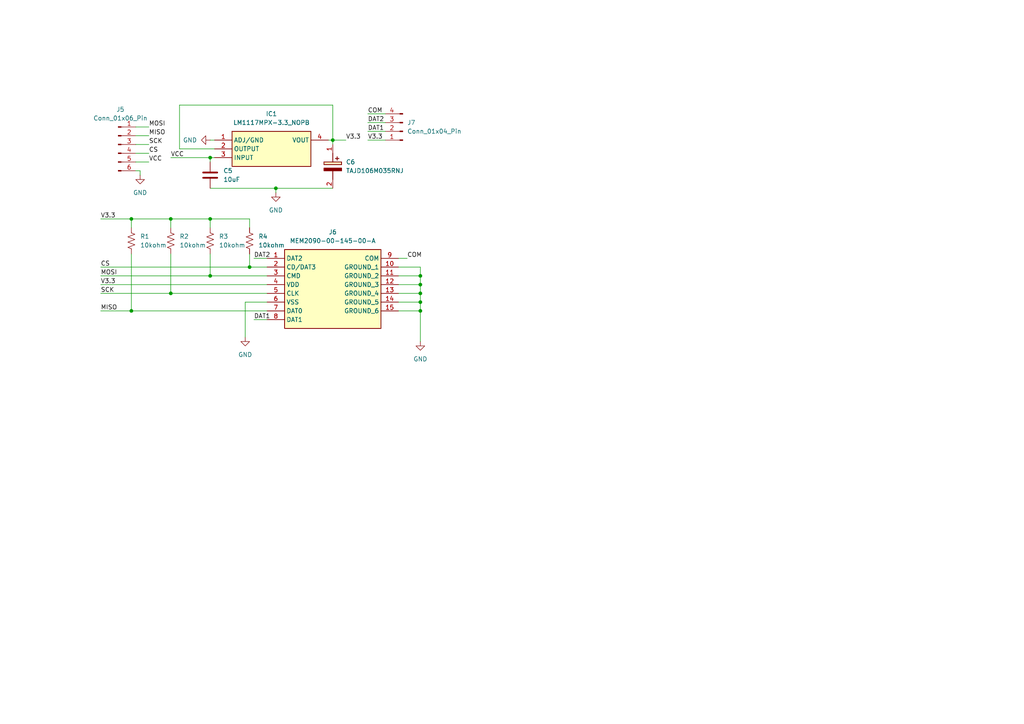
<source format=kicad_sch>
(kicad_sch (version 20250114) (generator "eeschema") (generator_version "9.0")
  (paper "A4")
  (lib_symbols
    (symbol "Connector:Conn_01x04_Pin" (pin_names (offset 1.016) (hide yes))
      (property "Reference" "J" (at 0 5.08 0))
      (property "Value" "Conn_01x04_Pin" (at 0 -7.62 0))
      (symbol "Conn_01x04_Pin_1_1"
        (rectangle (start 0.8636 2.667) (end 0 2.413) (stroke (width 0.1524)) (fill (type outline)))
        (rectangle (start 0.8636 0.127) (end 0 -0.127) (stroke (width 0.1524)) (fill (type outline)))
        (rectangle (start 0.8636 -2.413) (end 0 -2.667) (stroke (width 0.1524)) (fill (type outline)))
        (rectangle (start 0.8636 -4.953) (end 0 -5.207) (stroke (width 0.1524)) (fill (type outline)))
        (polyline (pts (xy 1.27 2.54) (xy 0.8636 2.54)) (stroke (width 0.1524)))
        (polyline (pts (xy 1.27 0) (xy 0.8636 0)) (stroke (width 0.1524)))
        (polyline (pts (xy 1.27 -2.54) (xy 0.8636 -2.54)) (stroke (width 0.1524)))
        (polyline (pts (xy 1.27 -5.08) (xy 0.8636 -5.08)) (stroke (width 0.1524)))
        (pin passive line (at 5.08 2.54 180) (length 3.81) (name "Pin_1") (number "1"))
        (pin passive line (at 5.08 0 180) (length 3.81) (name "Pin_2") (number "2"))
        (pin passive line (at 5.08 -2.54 180) (length 3.81) (name "Pin_3") (number "3"))
        (pin passive line (at 5.08 -5.08 180) (length 3.81) (name "Pin_4") (number "4"))
      )
    )
    (symbol "Connector:Conn_01x06_Pin" (pin_names (offset 1.016) (hide yes))
      (property "Reference" "J" (at 0 7.62 0))
      (property "Value" "Conn_01x06_Pin" (at 0 -10.16 0))
      (symbol "Conn_01x06_Pin_1_1"
        (rectangle (start 0.8636 5.207) (end 0 4.953) (stroke (width 0.1524)) (fill (type outline)))
        (rectangle (start 0.8636 2.667) (end 0 2.413) (stroke (width 0.1524)) (fill (type outline)))
        (rectangle (start 0.8636 0.127) (end 0 -0.127) (stroke (width 0.1524)) (fill (type outline)))
        (rectangle (start 0.8636 -2.413) (end 0 -2.667) (stroke (width 0.1524)) (fill (type outline)))
        (rectangle (start 0.8636 -4.953) (end 0 -5.207) (stroke (width 0.1524)) (fill (type outline)))
        (rectangle (start 0.8636 -7.493) (end 0 -7.747) (stroke (width 0.1524)) (fill (type outline)))
        (polyline (pts (xy 1.27 5.08) (xy 0.8636 5.08)) (stroke (width 0.1524)))
        (polyline (pts (xy 1.27 2.54) (xy 0.8636 2.54)) (stroke (width 0.1524)))
        (polyline (pts (xy 1.27 0) (xy 0.8636 0)) (stroke (width 0.1524)))
        (polyline (pts (xy 1.27 -2.54) (xy 0.8636 -2.54)) (stroke (width 0.1524)))
        (polyline (pts (xy 1.27 -5.08) (xy 0.8636 -5.08)) (stroke (width 0.1524)))
        (polyline (pts (xy 1.27 -7.62) (xy 0.8636 -7.62)) (stroke (width 0.1524)))
        (pin passive line (at 5.08 5.08 180) (length 3.81) (name "Pin_1") (number "1"))
        (pin passive line (at 5.08 2.54 180) (length 3.81) (name "Pin_2") (number "2"))
        (pin passive line (at 5.08 0 180) (length 3.81) (name "Pin_3") (number "3"))
        (pin passive line (at 5.08 -2.54 180) (length 3.81) (name "Pin_4") (number "4"))
        (pin passive line (at 5.08 -5.08 180) (length 3.81) (name "Pin_5") (number "5"))
        (pin passive line (at 5.08 -7.62 180) (length 3.81) (name "Pin_6") (number "6"))
      )
    )
    (symbol "Device:C" (pin_numbers (hide yes)) (pin_names (offset 0.254))
      (property "Reference" "C" (at 0.635 2.54 0))
      (property "Value" "C" (at 0.635 -2.54 0))
      (symbol "C_0_1"
        (polyline (pts (xy -2.032 0.762) (xy 2.032 0.762)) (stroke (width 0.508)))
        (polyline (pts (xy -2.032 -0.762) (xy 2.032 -0.762)) (stroke (width 0.508)))
      )
      (symbol "C_1_1"
        (pin passive line (at 0 3.81 270) (length 2.794) (name "~") (number "1"))
        (pin passive line (at 0 -3.81 90) (length 2.794) (name "~") (number "2"))
      )
    )
    (symbol "Device:R_US" (pin_numbers (hide yes)) (pin_names (offset 0))
      (property "Reference" "R" (at 2.54 0 90))
      (property "Value" "R_US" (at -2.54 0 90))
      (symbol "R_US_0_1"
        (polyline (pts (xy 0 2.286) (xy 0 2.54)))
        (polyline (pts (xy 0 2.286) (xy 1.016 1.905) (xy 0 1.524) (xy -1.016 1.143) (xy 0 0.762)))
        (polyline (pts (xy 0 0.762) (xy 1.016 0.381) (xy 0 0) (xy -1.016 -0.381) (xy 0 -0.762)))
        (polyline (pts (xy 0 -0.762) (xy 1.016 -1.143) (xy 0 -1.524) (xy -1.016 -1.905) (xy 0 -2.286)))
        (polyline (pts (xy 0 -2.286) (xy 0 -2.54)))
      )
      (symbol "R_US_1_1"
        (pin passive line (at 0 3.81 270) (length 1.27) (name "~") (number "1"))
        (pin passive line (at 0 -3.81 90) (length 1.27) (name "~") (number "2"))
      )
    )
    (symbol "SamacSys_Parts:LM1117MPX-3.3_NOPB"
      (property "Reference" "IC" (at 29.21 7.62 0))
      (property "Value" "LM1117MPX-3.3_NOPB" (at 29.21 5.08 0))
      (symbol "LM1117MPX-3.3_NOPB_1_1"
        (rectangle (start 5.08 2.54) (end 27.94 -7.62) (stroke (width 0.254)) (fill (type background)))
        (pin passive line (at 0 0 0) (length 5.08) (name "ADJ/GND") (number "1"))
        (pin passive line (at 0 -2.54 0) (length 5.08) (name "OUTPUT") (number "2"))
        (pin passive line (at 0 -5.08 0) (length 5.08) (name "INPUT") (number "3"))
        (pin passive line (at 33.02 0 180) (length 5.08) (name "VOUT") (number "4"))
      )
    )
    (symbol "SamacSys_Parts:MEM2090-00-145-00-A"
      (property "Reference" "J" (at 34.29 7.62 0))
      (property "Value" "MEM2090-00-145-00-A" (at 34.29 5.08 0))
      (symbol "MEM2090-00-145-00-A_1_1"
        (rectangle (start 5.08 2.54) (end 33.02 -20.32) (stroke (width 0.254)) (fill (type background)))
        (pin passive line (at 0 0 0) (length 5.08) (name "DAT2") (number "1"))
        (pin passive line (at 0 -2.54 0) (length 5.08) (name "CD/DAT3") (number "2"))
        (pin passive line (at 0 -5.08 0) (length 5.08) (name "CMD") (number "3"))
        (pin passive line (at 0 -7.62 0) (length 5.08) (name "VDD") (number "4"))
        (pin passive line (at 0 -10.16 0) (length 5.08) (name "CLK") (number "5"))
        (pin passive line (at 0 -12.7 0) (length 5.08) (name "VSS") (number "6"))
        (pin passive line (at 0 -15.24 0) (length 5.08) (name "DAT0") (number "7"))
        (pin passive line (at 0 -17.78 0) (length 5.08) (name "DAT1") (number "8"))
        (pin passive line (at 38.1 0 180) (length 5.08) (name "COM") (number "9"))
        (pin passive line (at 38.1 -2.54 180) (length 5.08) (name "GROUND_1") (number "10"))
        (pin passive line (at 38.1 -5.08 180) (length 5.08) (name "GROUND_2") (number "11"))
        (pin passive line (at 38.1 -7.62 180) (length 5.08) (name "GROUND_3") (number "12"))
        (pin passive line (at 38.1 -10.16 180) (length 5.08) (name "GROUND_4") (number "13"))
        (pin passive line (at 38.1 -12.7 180) (length 5.08) (name "GROUND_5") (number "14"))
        (pin passive line (at 38.1 -15.24 180) (length 5.08) (name "GROUND_6") (number "15"))
      )
    )
    (symbol "SamacSys_Parts:TAJD106M035RNJ" (pin_names (hide yes))
      (property "Reference" "C" (at 8.89 6.35 0))
      (property "Value" "TAJD106M035RNJ" (at 8.89 3.81 0))
      (symbol "TAJD106M035RNJ_1_1"
        (polyline (pts (xy 2.54 0) (xy 5.08 0)) (stroke (width 0.254)))
        (polyline (pts (xy 4.064 1.778) (xy 4.064 0.762)) (stroke (width 0.254)))
        (polyline (pts (xy 4.572 1.27) (xy 3.556 1.27)) (stroke (width 0.254)))
        (rectangle (start 5.08 2.54) (end 5.842 -2.54) (stroke (width 0.254)) (fill (type background)))
        (polyline (pts (xy 7.62 2.54) (xy 7.62 -2.54) (xy 6.858 -2.54) (xy 6.858 2.54) (xy 7.62 2.54)) (stroke (width 0.254)) (fill (type outline)))
        (polyline (pts (xy 7.62 0) (xy 10.16 0)) (stroke (width 0.254)))
        (pin passive line (at 0 0 0) (length 2.54) (name "+") (number "1"))
        (pin passive line (at 12.7 0 180) (length 2.54) (name "-") (number "2"))
      )
    )
    (symbol "power:GND" (power) (pin_numbers (hide yes)) (pin_names (offset 0) (hide yes))
      (property "Value" "GND" (at 0 -3.81 0))
      (symbol "GND_0_1"
        (polyline (pts (xy 0 0) (xy 0 -1.27) (xy 1.27 -1.27) (xy 0 -2.54) (xy -1.27 -1.27) (xy 0 -1.27)))
      )
      (symbol "GND_1_1"
        (pin power_in line (at 0 0 270) (length 0) (name "~") (number "1"))
      )
    )
  )
  (junction (at 121.92 80.01))
  (junction (at 60.96 45.72))
  (junction (at 121.92 90.17))
  (junction (at 121.92 87.63))
  (junction (at 96.52 40.64))
  (junction (at 38.1 90.17))
  (junction (at 80.01 54.61))
  (junction (at 121.92 85.09))
  (junction (at 72.39 77.47))
  (junction (at 49.53 85.09))
  (junction (at 49.53 63.5))
  (junction (at 60.96 80.01))
  (junction (at 60.96 63.5))
  (junction (at 121.92 82.55))
  (junction (at 38.1 63.5))
  (wire (pts (xy 49.53 63.5) (xy 38.1 63.5)))
  (wire (pts (xy 115.57 77.47) (xy 121.92 77.47)))
  (wire (pts (xy 71.12 87.63) (xy 77.47 87.63)))
  (wire (pts (xy 106.68 35.56) (xy 111.76 35.56)))
  (wire (pts (xy 80.01 54.61) (xy 96.52 54.61)))
  (wire (pts (xy 39.37 46.99) (xy 43.18 46.99)))
  (wire (pts (xy 39.37 36.83) (xy 43.18 36.83)))
  (wire (pts (xy 106.68 33.02) (xy 111.76 33.02)))
  (wire (pts (xy 72.39 77.47) (xy 77.47 77.47)))
  (wire (pts (xy 115.57 74.93) (xy 118.11 74.93)))
  (wire (pts (xy 71.12 97.79) (xy 71.12 87.63)))
  (wire (pts (xy 60.96 73.66) (xy 60.96 80.01)))
  (wire (pts (xy 106.68 38.1) (xy 111.76 38.1)))
  (wire (pts (xy 38.1 90.17) (xy 77.47 90.17)))
  (wire (pts (xy 80.01 54.61) (xy 80.01 55.88)))
  (wire (pts (xy 96.52 30.48) (xy 96.52 40.64)))
  (wire (pts (xy 73.66 92.71) (xy 77.47 92.71)))
  (wire (pts (xy 49.53 66.04) (xy 49.53 63.5)))
  (wire (pts (xy 121.92 87.63) (xy 121.92 90.17)))
  (wire (pts (xy 60.96 45.72) (xy 60.96 46.99)))
  (wire (pts (xy 96.52 40.64) (xy 100.33 40.64)))
  (wire (pts (xy 38.1 66.04) (xy 38.1 63.5)))
  (wire (pts (xy 60.96 40.64) (xy 62.23 40.64)))
  (wire (pts (xy 38.1 73.66) (xy 38.1 90.17)))
  (wire (pts (xy 115.57 90.17) (xy 121.92 90.17)))
  (wire (pts (xy 62.23 43.18) (xy 52.07 43.18)))
  (wire (pts (xy 121.92 85.09) (xy 121.92 87.63)))
  (wire (pts (xy 96.52 40.64) (xy 96.52 41.91)))
  (wire (pts (xy 29.21 63.5) (xy 38.1 63.5)))
  (wire (pts (xy 39.37 41.91) (xy 43.18 41.91)))
  (wire (pts (xy 52.07 43.18) (xy 52.07 30.48)))
  (wire (pts (xy 60.96 63.5) (xy 49.53 63.5)))
  (wire (pts (xy 39.37 49.53) (xy 40.64 49.53)))
  (wire (pts (xy 49.53 73.66) (xy 49.53 85.09)))
  (wire (pts (xy 29.21 77.47) (xy 72.39 77.47)))
  (wire (pts (xy 60.96 66.04) (xy 60.96 63.5)))
  (wire (pts (xy 72.39 73.66) (xy 72.39 77.47)))
  (wire (pts (xy 121.92 90.17) (xy 121.92 99.06)))
  (wire (pts (xy 60.96 80.01) (xy 77.47 80.01)))
  (wire (pts (xy 40.64 49.53) (xy 40.64 50.8)))
  (wire (pts (xy 39.37 39.37) (xy 43.18 39.37)))
  (wire (pts (xy 121.92 77.47) (xy 121.92 80.01)))
  (wire (pts (xy 115.57 82.55) (xy 121.92 82.55)))
  (wire (pts (xy 49.53 45.72) (xy 60.96 45.72)))
  (wire (pts (xy 121.92 80.01) (xy 121.92 82.55)))
  (wire (pts (xy 115.57 80.01) (xy 121.92 80.01)))
  (wire (pts (xy 60.96 45.72) (xy 62.23 45.72)))
  (wire (pts (xy 115.57 87.63) (xy 121.92 87.63)))
  (wire (pts (xy 29.21 85.09) (xy 49.53 85.09)))
  (wire (pts (xy 115.57 85.09) (xy 121.92 85.09)))
  (wire (pts (xy 95.25 40.64) (xy 96.52 40.64)))
  (wire (pts (xy 73.66 74.93) (xy 77.47 74.93)))
  (wire (pts (xy 29.21 82.55) (xy 77.47 82.55)))
  (wire (pts (xy 72.39 66.04) (xy 72.39 63.5)))
  (wire (pts (xy 121.92 82.55) (xy 121.92 85.09)))
  (wire (pts (xy 39.37 44.45) (xy 43.18 44.45)))
  (wire (pts (xy 49.53 85.09) (xy 77.47 85.09)))
  (wire (pts (xy 52.07 30.48) (xy 96.52 30.48)))
  (wire (pts (xy 72.39 63.5) (xy 60.96 63.5)))
  (wire (pts (xy 106.68 40.64) (xy 111.76 40.64)))
  (wire (pts (xy 29.21 90.17) (xy 38.1 90.17)))
  (wire (pts (xy 60.96 54.61) (xy 80.01 54.61)))
  (wire (pts (xy 29.21 80.01) (xy 60.96 80.01)))
  (label "MOSI" (at 29.21 80.01 0))
  (label "VCC" (at 49.53 45.72 0))
  (label "SCK" (at 29.21 85.09 0))
  (label "DAT2" (at 73.66 74.93 0))
  (label "V3.3" (at 29.21 82.55 0))
  (label "CS" (at 29.21 77.47 0))
  (label "V3.3" (at 29.21 63.5 0))
  (label "MISO" (at 29.21 90.17 0))
  (label "V3.3" (at 106.68 40.64 0))
  (label "MISO" (at 43.18 39.37 0))
  (label "DAT1" (at 73.66 92.71 0))
  (label "DAT1" (at 106.68 38.1 0))
  (label "COM" (at 106.68 33.02 0))
  (label "SCK" (at 43.18 41.91 0))
  (label "V3.3" (at 100.33 40.64 0))
  (label "MOSI" (at 43.18 36.83 0))
  (label "DAT2" (at 106.68 35.56 0))
  (label "CS" (at 43.18 44.45 0))
  (label "VCC" (at 43.18 46.99 0))
  (label "COM" (at 118.11 74.93 0))
  (symbol (lib_id "power:GND") (at 60.96 40.64 270) (unit 1)
    (property "Reference" "#PWR0119" (effects (hide yes)))
    (property "Value" "GND" (at 57.15 40.6399 90) (effects (justify right)))
    (property "Description" "Power symbol creates a global label with name \"GND\" , ground" (effects (hide yes)))
    (instances (project "" (path "" (reference "#PWR0119") (unit 1))) (project "" (path "" (reference "#PWR03") (unit 1))))
  )
  (symbol (lib_id "SamacSys_Parts:MEM2090-00-145-00-A") (at 77.47 74.93 0) (unit 1)
    (property "Reference" "J6" (at 96.52 67.31 0))
    (property "Value" "MEM2090-00-145-00-A" (at 96.52 69.85 0))
    (property "Footprint" "MEM20900014500A" (effects (hide yes)))
    (property "Datasheet" "https://www.mouser.at/datasheet/2/837/mem2090-3435332.pdf" (effects (hide yes)))
    (property "Description" "Memory Card Connectors Micro SD Push-Push, Normaly Open, SMT, 1.45mm Profile, No Peg" (effects (hide yes)))
    (property "Height" "1.6" (effects (hide yes)))
    (property "Mouser Part Number" "640-MEM20900014500A" (effects (hide yes)))
    (property "Mouser Price/Stock" "https://www.mouser.co.uk/ProductDetail/GCT/MEM2090-00-145-00-A?qs=jRuttqqUwMR0RI4XLNZI4Q%3D%3D" (effects (hide yes)))
    (property "Manufacturer_Name" "GCT (GLOBAL CONNECTOR TECHNOLOGY)" (effects (hide yes)))
    (property "Manufacturer_Part_Number" "MEM2090-00-145-00-A" (effects (hide yes)))
    (instances (project "" (path "" (reference "J6") (unit 1))) (project "" (path "" (reference "J1") (unit 1))))
  )
  (symbol (lib_id "power:GND") (at 121.92 99.06 0) (unit 1)
    (property "Reference" "#PWR0116" (effects (hide yes)))
    (property "Value" "GND" (at 121.92 104.14 0))
    (property "Description" "Power symbol creates a global label with name \"GND\" , ground" (effects (hide yes)))
    (instances (project "" (path "" (reference "#PWR0116") (unit 1))) (project "" (path "" (reference "#PWR02") (unit 1))))
  )
  (symbol (lib_id "SamacSys_Parts:TAJD106M035RNJ") (at 96.52 41.91 270) (unit 1)
    (property "Reference" "C6" (at 100.33 46.9899 90) (effects (justify left)))
    (property "Value" "TAJD106M035RNJ" (at 100.33 49.5299 90) (effects (justify left)))
    (property "Footprint" "CAPPM7344X310N" (effects (hide yes)))
    (property "Datasheet" "http://datasheets.avx.com/TAJ.pdf" (effects (hide yes)))
    (property "Description" "Tantalum Capacitors - Solid SMD 35volts 10uF 20%" (effects (hide yes)))
    (property "Height" "3.1" (effects (hide yes)))
    (property "Mouser Part Number" "581-TAJD106M035R" (effects (hide yes)))
    (property "Mouser Price/Stock" "https://www.mouser.co.uk/ProductDetail/KYOCERA-AVX/TAJD106M035RNJ?qs=srZBJ3srS4AUaIC0Brj4CQ%3D%3D" (effects (hide yes)))
    (property "Manufacturer_Name" "Kyocera AVX" (effects (hide yes)))
    (property "Manufacturer_Part_Number" "TAJD106M035RNJ" (effects (hide yes)))
    (instances (project "" (path "" (reference "C6") (unit 1))) (project "" (path "" (reference "C2") (unit 1))))
  )
  (symbol (lib_id "Device:R_US") (at 38.1 69.85 0) (unit 1)
    (property "Reference" "R1" (at 40.64 68.5799 0) (effects (justify left)))
    (property "Value" "10kohm" (at 40.64 71.1199 0) (effects (justify left)))
    (property "Footprint" "Resistor_SMD:R_0603_1608Metric_Pad0.98x0.95mm_HandSolder" (effects (hide yes)))
    (property "Datasheet" "https://eecs.engineering.oregonstate.edu/education/inventory_datasheets/P1501173223.pdf" (effects (hide yes)))
    (property "Description" "Resistor, US symbol" (effects (hide yes)))
  )
  (symbol (lib_id "SamacSys_Parts:LM1117MPX-3.3_NOPB") (at 62.23 40.64 0) (unit 1)
    (property "Reference" "IC1" (at 78.74 33.02 0))
    (property "Value" "LM1117MPX-3.3_NOPB" (at 78.74 35.56 0))
    (property "Footprint" "SOT230P700X180-4N" (effects (hide yes)))
    (property "Datasheet" "http://www.ti.com/lit/ds/symlink/lm1117.pdf" (effects (hide yes)))
    (property "Description" "Space saving 800-mA low-dropout linear regulator with internal current limit" (effects (hide yes)))
    (property "Height" "1.8" (effects (hide yes)))
    (property "Mouser Part Number" "926-LM1117MPX3.3NOPB" (effects (hide yes)))
    (property "Mouser Price/Stock" "https://www.mouser.co.uk/ProductDetail/Texas-Instruments/LM1117MPX-3.3-NOPB?qs=X1J7HmVL2ZHRbBIxXi4utg%3D%3D" (effects (hide yes)))
    (property "Manufacturer_Name" "Texas Instruments" (effects (hide yes)))
    (property "Manufacturer_Part_Number" "LM1117MPX-3.3/NOPB" (effects (hide yes)))
  )
  (symbol (lib_id "Device:R_US") (at 60.96 69.85 0) (unit 1)
    (property "Reference" "R3" (at 63.5 68.5799 0) (effects (justify left)))
    (property "Value" "10kohm" (at 63.5 71.1199 0) (effects (justify left)))
    (property "Footprint" "Resistor_SMD:R_0603_1608Metric_Pad0.98x0.95mm_HandSolder" (effects (hide yes)))
    (property "Datasheet" "https://eecs.engineering.oregonstate.edu/education/inventory_datasheets/P1501173223.pdf" (effects (hide yes)))
    (property "Description" "Resistor, US symbol" (effects (hide yes)))
  )
  (symbol (lib_id "power:GND") (at 71.12 97.79 0) (unit 1)
    (property "Reference" "#PWR0115" (effects (hide yes)))
    (property "Value" "GND" (at 71.12 102.87 0))
    (property "Description" "Power symbol creates a global label with name \"GND\" , ground" (effects (hide yes)))
    (instances (project "" (path "" (reference "#PWR0115") (unit 1))) (project "storage_block" (path "" (reference "#PWR05") (unit 1))))
  )
  (symbol (lib_id "power:GND") (at 80.01 55.88 0) (unit 1)
    (property "Reference" "#PWR0118" (effects (hide yes)))
    (property "Value" "GND" (at 80.01 60.96 0))
    (property "Description" "Power symbol creates a global label with name \"GND\" , ground" (effects (hide yes)))
    (instances (project "" (path "" (reference "#PWR0118") (unit 1))) (project "" (path "" (reference "#PWR01") (unit 1))))
  )
  (symbol (lib_id "Connector:Conn_01x06_Pin") (at 34.29 41.91 0) (unit 1)
    (property "Reference" "J5" (at 34.925 31.75 0))
    (property "Value" "Conn_01x06_Pin" (at 34.925 34.29 0))
    (property "Footprint" "Connector_PinHeader_2.54mm:PinHeader_1x06_P2.54mm_Vertical" (effects (hide yes)))
    (property "Description" "Generic connector, single row, 01x06, script generated" (effects (hide yes)))
    (instances (project "" (path "" (reference "J5") (unit 1))) (project "" (path "" (reference "J2") (unit 1))))
  )
  (symbol (lib_id "Device:C") (at 60.96 50.8 180) (unit 1)
    (property "Reference" "C5" (at 64.77 49.5299 0) (effects (justify right)))
    (property "Value" "10uF" (at 64.77 52.0699 0) (effects (justify right)))
    (property "Footprint" "Capacitor_SMD:C_1206_3216Metric_Pad1.33x1.80mm_HandSolder" (effects (hide yes)))
    (property "Datasheet" "https://eecs.engineering.oregonstate.edu/education/inventory_datasheets/P1502744917.pdf" (effects (hide yes)))
    (property "Description" "Unpolarized capacitor" (effects (hide yes)))
    (instances (project "" (path "" (reference "C5") (unit 1))) (project "" (path "" (reference "C1") (unit 1))))
  )
  (symbol (lib_id "Connector:Conn_01x04_Pin") (at 116.84 38.1 180) (unit 1)
    (property "Reference" "J7" (at 118.11 35.5599 0) (effects (justify right)))
    (property "Value" "Conn_01x04_Pin" (at 118.11 38.0999 0) (effects (justify right)))
    (property "Footprint" "Connector_PinHeader_2.54mm:PinHeader_1x04_P2.54mm_Vertical" (effects (hide yes)))
    (property "Description" "Generic connector, single row, 01x04, script generated" (effects (hide yes)))
    (instances (project "" (path "" (reference "J7") (unit 1))) (project "" (path "" (reference "J3") (unit 1))))
  )
  (symbol (lib_id "Device:R_US") (at 49.53 69.85 0) (unit 1)
    (property "Reference" "R2" (at 52.07 68.5799 0) (effects (justify left)))
    (property "Value" "10kohm" (at 52.07 71.1199 0) (effects (justify left)))
    (property "Footprint" "Resistor_SMD:R_0603_1608Metric_Pad0.98x0.95mm_HandSolder" (effects (hide yes)))
    (property "Datasheet" "https://eecs.engineering.oregonstate.edu/education/inventory_datasheets/P1501173223.pdf" (effects (hide yes)))
    (property "Description" "Resistor, US symbol" (effects (hide yes)))
  )
  (symbol (lib_id "power:GND") (at 40.64 50.8 0) (unit 1)
    (property "Reference" "#PWR0117" (effects (hide yes)))
    (property "Value" "GND" (at 40.64 55.88 0))
    (property "Description" "Power symbol creates a global label with name \"GND\" , ground" (effects (hide yes)))
    (instances (project "" (path "" (reference "#PWR0117") (unit 1))) (project "" (path "" (reference "#PWR04") (unit 1))))
  )
  (symbol (lib_id "Device:R_US") (at 72.39 69.85 0) (unit 1)
    (property "Reference" "R4" (at 74.93 68.5799 0) (effects (justify left)))
    (property "Value" "10kohm" (at 74.93 71.1199 0) (effects (justify left)))
    (property "Footprint" "Resistor_SMD:R_0603_1608Metric_Pad0.98x0.95mm_HandSolder" (effects (hide yes)))
    (property "Datasheet" "https://eecs.engineering.oregonstate.edu/education/inventory_datasheets/P1501173223.pdf" (effects (hide yes)))
    (property "Description" "Resistor, US symbol" (effects (hide yes)))
  )
)
</source>
